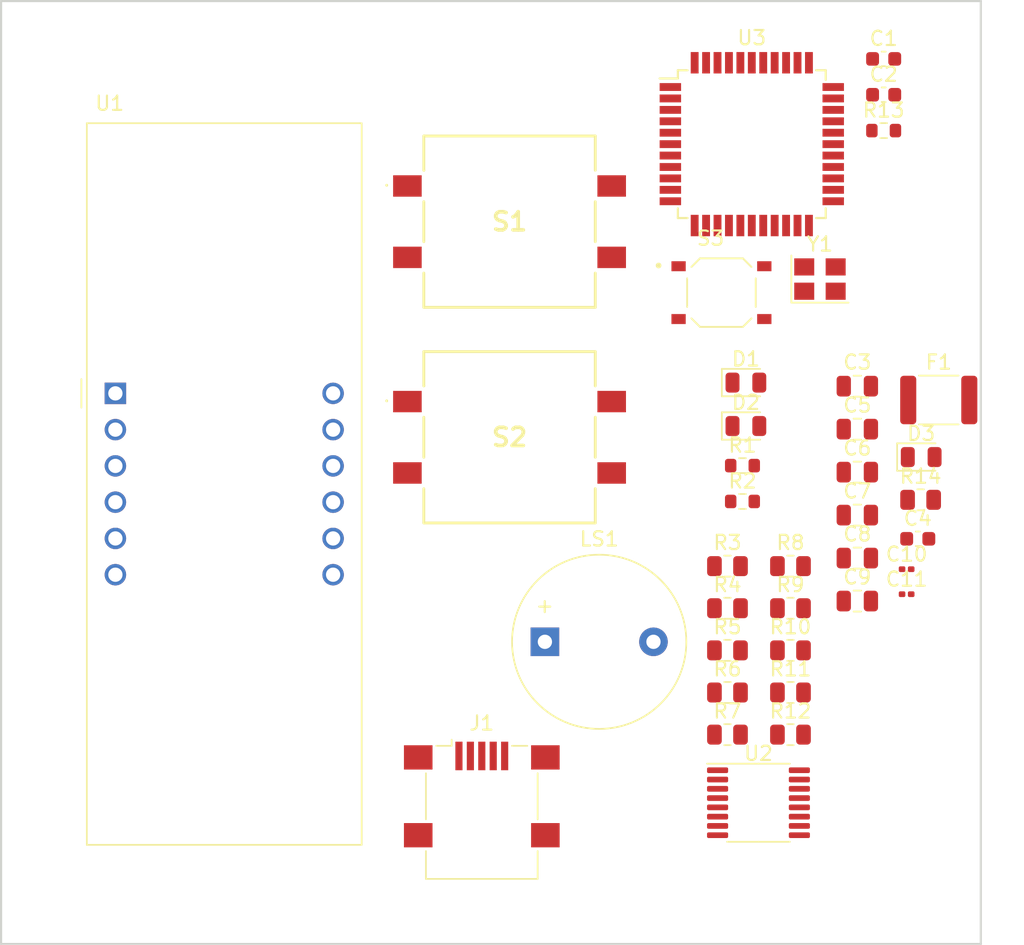
<source format=kicad_pcb>
(kicad_pcb (version 20221018) (generator pcbnew)
  (layers (0 "F.Cu" signal) (31 "B.Cu" signal) (34 "B.Paste" user) (35 "F.Paste" user) (36 "B.SilkS" user "B.Silkscreen") (37 "F.SilkS" user "F.Silkscreen") (38 "B.Mask" user) (39 "F.Mask" user) (44 "Edge.Cuts" user))
  (net 0 "")
  (net 1 "GND")
  (net 2 "Net-(D1-A)")
  (net 3 "Net-(D2-A)")
  (net 4 "+5V")
  (net 5 "Buzzer")
  (net 6 "Button_1")
  (net 7 "Button_2")
  (net 8 "RED_LED")
  (net 9 "GREEN_LED")
  (net 10 "a")
  (net 11 "Net-(U1-a)")
  (net 12 "b")
  (net 13 "Net-(U1-b)")
  (net 14 "c")
  (net 15 "Net-(U1-c)")
  (net 16 "d")
  (net 17 "Net-(U1-d)")
  (net 18 "e")
  (net 19 "Net-(U1-e)")
  (net 20 "f")
  (net 21 "Net-(U1-f)")
  (net 22 "g")
  (net 23 "Net-(U1-g)")
  (net 24 "dp")
  (net 25 "Net-(U1-DPX)")
  (net 30 "Dig4")
  (net 31 "Dig3")
  (net 32 "Dig2")
  (net 33 "Dig1")
  (net 35 "SH_CP")
  (net 36 "ST_CP")
  (net 37 "DS")
  (net 38 "XTAL2")
  (net 39 "XTAL1")
  (net 40 "RST")
  (net 74 "Net-(D3-A)")
  (net 75 "Net-(J1-VBUS)")
  (footprint "LED_SMD:LED_0805_2012Metric" (layer "F.Cu") (at 110.1275 75.115)
    (fp_text reference "D3" (at 0 -1.65) (layer "F.SilkS"))
    (fp_text value "LED")
    (fp_line (start -1.685 -0.96) (end -1.685 0.96) (stroke (width 0.12)) (layer "F.SilkS"))
    (fp_line (start -1.685 0.96) (end 1 0.96) (stroke (width 0.12)) (layer "F.SilkS"))
    (fp_line (start 1 -0.96) (end -1.685 -0.96) (stroke (width 0.12)) (layer "F.SilkS"))
    (pad "1" smd roundrect (at -0.9375 0) (size 0.975 1.4) (layers "F.Cu" "F.Paste" "F.Mask") (net 1 "GND"))
    (pad "2" smd roundrect (at 0.9375 0) (size 0.975 1.4) (layers "F.Cu" "F.Paste" "F.Mask") (net 74 "Net-(D3-A)"))
  )
  (footprint "Capacitor_SMD:C_0805_2012Metric" (layer "F.Cu") (at 105.6575 70.15)
    (fp_text reference "C3" (at 0 -1.68) (layer "F.SilkS"))
    (fp_text value "0.1uF")
    (fp_line (start -0.261252 -0.735) (end 0.261252 -0.735) (stroke (width 0.12)) (layer "F.SilkS"))
    (fp_line (start -0.261252 0.735) (end 0.261252 0.735) (stroke (width 0.12)) (layer "F.SilkS"))
    (pad "1" smd roundrect (at -0.95 0) (size 1 1.45) (layers "F.Cu" "F.Paste" "F.Mask") (net 4 "+5V"))
    (pad "2" smd roundrect (at 0.95 0) (size 1 1.45) (layers "F.Cu" "F.Paste" "F.Mask") (net 1 "GND"))
  )
  (footprint "LED_SMD:LED_0805_2012Metric" (layer "F.Cu") (at 97.8575 72.94)
    (fp_text reference "D2" (at 0 -1.65) (layer "F.SilkS"))
    (fp_text value "LED")
    (fp_line (start -1.685 -0.96) (end -1.685 0.96) (stroke (width 0.12)) (layer "F.SilkS"))
    (fp_line (start -1.685 0.96) (end 1 0.96) (stroke (width 0.12)) (layer "F.SilkS"))
    (fp_line (start 1 -0.96) (end -1.685 -0.96) (stroke (width 0.12)) (layer "F.SilkS"))
    (pad "1" smd roundrect (at -0.9375 0) (size 0.975 1.4) (layers "F.Cu" "F.Paste" "F.Mask") (net 1 "GND"))
    (pad "2" smd roundrect (at 0.9375 0) (size 0.975 1.4) (layers "F.Cu" "F.Paste" "F.Mask") (net 3 "Net-(D2-A)"))
  )
  (footprint "Capacitor_SMD:C_0805_2012Metric" (layer "F.Cu") (at 105.6575 73.16)
    (fp_text reference "C5" (at 0 -1.68) (layer "F.SilkS"))
    (fp_text value "0.1uF")
    (fp_line (start -0.261252 -0.735) (end 0.261252 -0.735) (stroke (width 0.12)) (layer "F.SilkS"))
    (fp_line (start -0.261252 0.735) (end 0.261252 0.735) (stroke (width 0.12)) (layer "F.SilkS"))
    (pad "1" smd roundrect (at -0.95 0) (size 1 1.45) (layers "F.Cu" "F.Paste" "F.Mask") (net 4 "+5V"))
    (pad "2" smd roundrect (at 0.95 0) (size 1 1.45) (layers "F.Cu" "F.Paste" "F.Mask") (net 1 "GND"))
  )
  (footprint "Resistor_SMD:R_0805_2012Metric" (layer "F.Cu") (at 100.9775 88.655)
    (fp_text reference "R10" (at 0 -1.65) (layer "F.SilkS"))
    (fp_text value "100")
    (fp_line (start -0.227064 -0.735) (end 0.227064 -0.735) (stroke (width 0.12)) (layer "F.SilkS"))
    (fp_line (start -0.227064 0.735) (end 0.227064 0.735) (stroke (width 0.12)) (layer "F.SilkS"))
    (pad "1" smd roundrect (at -0.9125 0) (size 1.025 1.4) (layers "F.Cu" "F.Paste" "F.Mask") (roundrect_rratio 0.243902) (net 20 "f"))
    (pad "2" smd roundrect (at 0.9125 0) (size 1.025 1.4) (layers "F.Cu" "F.Paste" "F.Mask") (roundrect_rratio 0.243902) (net 21 "Net-(U1-f)"))
  )
  (footprint "Resistor_SMD:R_0603_1608Metric" (layer "F.Cu") (at 97.6175 75.715)
    (fp_text reference "R1" (at 0 -1.43) (layer "F.SilkS"))
    (fp_text value "10k")
    (fp_line (start -0.237258 -0.5225) (end 0.237258 -0.5225) (stroke (width 0.12)) (layer "F.SilkS"))
    (fp_line (start -0.237258 0.5225) (end 0.237258 0.5225) (stroke (width 0.12)) (layer "F.SilkS"))
    (pad "1" smd roundrect (at -0.825 0) (size 0.8 0.95) (layers "F.Cu" "F.Paste" "F.Mask") (net 6 "Button_1"))
    (pad "2" smd roundrect (at 0.825 0) (size 0.8 0.95) (layers "F.Cu" "F.Paste" "F.Mask") (net 1 "GND"))
  )
  (footprint "Resistor_SMD:R_0805_2012Metric" (layer "F.Cu") (at 96.5675 91.605)
    (fp_text reference "R6" (at 0 -1.65) (layer "F.SilkS"))
    (fp_text value "100")
    (fp_line (start -0.227064 -0.735) (end 0.227064 -0.735) (stroke (width 0.12)) (layer "F.SilkS"))
    (fp_line (start -0.227064 0.735) (end 0.227064 0.735) (stroke (width 0.12)) (layer "F.SilkS"))
    (pad "1" smd roundrect (at -0.9125 0) (size 1.025 1.4) (layers "F.Cu" "F.Paste" "F.Mask") (roundrect_rratio 0.243902) (net 12 "b"))
    (pad "2" smd roundrect (at 0.9125 0) (size 1.025 1.4) (layers "F.Cu" "F.Paste" "F.Mask") (roundrect_rratio 0.243902) (net 13 "Net-(U1-b)"))
  )
  (footprint "Connector_USB:USB_Mini-B_Lumberg_2486_01_Horizontal" (layer "F.Cu") (at 79.37 98.75)
    (fp_text reference "J1" (at 0 -5) (layer "F.SilkS"))
    (fp_text value "USB_B_Mini")
    (fp_line (start -3.91 1.74) (end -3.91 -1.49) (stroke (width 0.12)) (layer "F.SilkS"))
    (fp_line (start -3.91 5.91) (end -3.91 3.96) (stroke (width 0.12)) (layer "F.SilkS"))
    (fp_line (start -3.19 -3.41) (end -2.11 -3.41) (stroke (width 0.12)) (layer "F.SilkS"))
    (fp_line (start -2.11 -3.41) (end -2.11 -3.84) (stroke (width 0.12)) (layer "F.SilkS"))
    (fp_line (start 2.11 -3.41) (end 3.19 -3.41) (stroke (width 0.12)) (layer "F.SilkS"))
    (fp_line (start 3.91 1.74) (end 3.91 -1.49) (stroke (width 0.12)) (layer "F.SilkS"))
    (fp_line (start 3.91 5.91) (end -3.91 5.91) (stroke (width 0.12)) (layer "F.SilkS"))
    (fp_line (start 3.91 5.91) (end 3.91 3.96) (stroke (width 0.12)) (layer "F.SilkS"))
    (pad "" np_thru_hole circle (at -2.2 0) (size 1 1) (drill 1) (layers "*.Cu" "*.Mask"))
    (pad "" np_thru_hole circle (at 2.2 0) (size 1 1) (drill 1) (layers "*.Cu" "*.Mask"))
    (pad "1" smd rect (at -1.6 -2.7) (size 0.5 2) (layers "F.Cu" "F.Paste" "F.Mask") (net 75 "Net-(J1-VBUS)"))
    (pad "2" smd rect (at -0.8 -2.7) (size 0.5 2) (layers "F.Cu" "F.Paste" "F.Mask"))
    (pad "3" smd rect (at 0 -2.7) (size 0.5 2) (layers "F.Cu" "F.Paste" "F.Mask"))
    (pad "4" smd rect (at 0.8 -2.7) (size 0.5 2) (layers "F.Cu" "F.Paste" "F.Mask"))
    (pad "5" smd rect (at 1.6 -2.7) (size 0.5 2) (layers "F.Cu" "F.Paste" "F.Mask") (net 1 "GND"))
    (pad "6" smd rect (at -4.45 -2.6) (size 2 1.7) (layers "F.Cu" "F.Paste" "F.Mask"))
    (pad "6" smd rect (at -4.45 2.85) (size 2 1.7) (layers "F.Cu" "F.Paste" "F.Mask"))
    (pad "6" smd rect (at 4.45 -2.6) (size 2 1.7) (layers "F.Cu" "F.Paste" "F.Mask"))
    (pad "6" smd rect (at 4.45 2.85) (size 2 1.7) (layers "F.Cu" "F.Paste" "F.Mask"))
  )
  (footprint "Resistor_SMD:R_0805_2012Metric" (layer "F.Cu") (at 96.5675 82.755)
    (fp_text reference "R3" (at 0 -1.65) (layer "F.SilkS"))
    (fp_text value "330")
    (fp_line (start -0.227064 -0.735) (end 0.227064 -0.735) (stroke (width 0.12)) (layer "F.SilkS"))
    (fp_line (start -0.227064 0.735) (end 0.227064 0.735) (stroke (width 0.12)) (layer "F.SilkS"))
    (pad "1" smd roundrect (at -0.9125 0) (size 1.025 1.4) (layers "F.Cu" "F.Paste" "F.Mask") (roundrect_rratio 0.243902) (net 8 "RED_LED"))
    (pad "2" smd roundrect (at 0.9125 0) (size 1.025 1.4) (layers "F.Cu" "F.Paste" "F.Mask") (roundrect_rratio 0.243902) (net 2 "Net-(D1-A)"))
  )
  (footprint "Resistor_SMD:R_0805_2012Metric" (layer "F.Cu") (at 96.5675 88.655)
    (fp_text reference "R5" (at 0 -1.65) (layer "F.SilkS"))
    (fp_text value "100")
    (fp_line (start -0.227064 -0.735) (end 0.227064 -0.735) (stroke (width 0.12)) (layer "F.SilkS"))
    (fp_line (start -0.227064 0.735) (end 0.227064 0.735) (stroke (width 0.12)) (layer "F.SilkS"))
    (pad "1" smd roundrect (at -0.9125 0) (size 1.025 1.4) (layers "F.Cu" "F.Paste" "F.Mask") (roundrect_rratio 0.243902) (net 10 "a"))
    (pad "2" smd roundrect (at 0.9125 0) (size 1.025 1.4) (layers "F.Cu" "F.Paste" "F.Mask") (roundrect_rratio 0.243902) (net 11 "Net-(U1-a)"))
  )
  (footprint "Resistor_SMD:R_0805_2012Metric" (layer "F.Cu") (at 100.9775 82.755)
    (fp_text reference "R8" (at 0 -1.65) (layer "F.SilkS"))
    (fp_text value "100")
    (fp_line (start -0.227064 -0.735) (end 0.227064 -0.735) (stroke (width 0.12)) (layer "F.SilkS"))
    (fp_line (start -0.227064 0.735) (end 0.227064 0.735) (stroke (width 0.12)) (layer "F.SilkS"))
    (pad "1" smd roundrect (at -0.9125 0) (size 1.025 1.4) (layers "F.Cu" "F.Paste" "F.Mask") (roundrect_rratio 0.243902) (net 16 "d"))
    (pad "2" smd roundrect (at 0.9125 0) (size 1.025 1.4) (layers "F.Cu" "F.Paste" "F.Mask") (roundrect_rratio 0.243902) (net 17 "Net-(U1-d)"))
  )
  (footprint "Capacitor_SMD:C_0805_2012Metric" (layer "F.Cu") (at 105.6575 85.2)
    (fp_text reference "C9" (at 0 -1.68) (layer "F.SilkS"))
    (fp_text value "0.1uF")
    (fp_line (start -0.261252 -0.735) (end 0.261252 -0.735) (stroke (width 0.12)) (layer "F.SilkS"))
    (fp_line (start -0.261252 0.735) (end 0.261252 0.735) (stroke (width 0.12)) (layer "F.SilkS"))
    (pad "1" smd roundrect (at -0.95 0) (size 1 1.45) (layers "F.Cu" "F.Paste" "F.Mask") (net 4 "+5V"))
    (pad "2" smd roundrect (at 0.95 0) (size 1 1.45) (layers "F.Cu" "F.Paste" "F.Mask") (net 1 "GND"))
  )
  (footprint "Resistor_SMD:R_0603_1608Metric" (layer "F.Cu") (at 97.6175 78.225)
    (fp_text reference "R2" (at 0 -1.43) (layer "F.SilkS"))
    (fp_text value "10k")
    (fp_line (start -0.237258 -0.5225) (end 0.237258 -0.5225) (stroke (width 0.12)) (layer "F.SilkS"))
    (fp_line (start -0.237258 0.5225) (end 0.237258 0.5225) (stroke (width 0.12)) (layer "F.SilkS"))
    (pad "1" smd roundrect (at -0.825 0) (size 0.8 0.95) (layers "F.Cu" "F.Paste" "F.Mask") (net 7 "Button_2"))
    (pad "2" smd roundrect (at 0.825 0) (size 0.8 0.95) (layers "F.Cu" "F.Paste" "F.Mask") (net 1 "GND"))
  )
  (footprint "Display_7Segment:CA56-12EWA" (layer "F.Cu") (at 53.7225 70.655)
    (fp_text reference "U1" (at -0.4 -20.31) (layer "F.SilkS"))
    (fp_text value "CA56-12EWA")
    (fp_line (start -2.38 -1) (end -2.38 1) (stroke (width 0.12)) (layer "F.SilkS"))
    (fp_line (start -2 -18.92) (end -2 31.62) (stroke (width 0.12)) (layer "F.SilkS"))
    (fp_line (start -2 -18.92) (end 17.24 -18.92) (stroke (width 0.12)) (layer "F.SilkS"))
    (fp_line (start -2 31.62) (end 17.24 31.62) (stroke (width 0.12)) (layer "F.SilkS"))
    (fp_line (start 17.24 31.62) (end 17.24 -18.92) (stroke (width 0.12)) (layer "F.SilkS"))
    (pad "1" thru_hole rect (at 0 0) (size 1.5 1.5) (drill 1) (layers "*.Cu" "*.Mask") (net 19 "Net-(U1-e)"))
    (pad "2" thru_hole circle (at 0 2.54) (size 1.5 1.5) (drill 1) (layers "*.Cu" "*.Mask") (net 17 "Net-(U1-d)"))
    (pad "3" thru_hole circle (at 0 5.08) (size 1.5 1.5) (drill 1) (layers "*.Cu" "*.Mask") (net 25 "Net-(U1-DPX)"))
    (pad "4" thru_hole circle (at 0 7.62) (size 1.5 1.5) (drill 1) (layers "*.Cu" "*.Mask") (net 15 "Net-(U1-c)"))
    (pad "5" thru_hole circle (at 0 10.16) (size 1.5 1.5) (drill 1) (layers "*.Cu" "*.Mask") (net 23 "Net-(U1-g)"))
    (pad "6" thru_hole circle (at 0 12.7) (size 1.5 1.5) (drill 1) (layers "*.Cu" "*.Mask") (net 30 "Dig4"))
    (pad "7" thru_hole circle (at 15.24 12.7) (size 1.5 1.5) (drill 1) (layers "*.Cu" "*.Mask") (net 13 "Net-(U1-b)"))
    (pad "8" thru_hole circle (at 15.24 10.16) (size 1.5 1.5) (drill 1) (layers "*.Cu" "*.Mask") (net 31 "Dig3"))
    (pad "9" thru_hole circle (at 15.24 7.62) (size 1.5 1.5) (drill 1) (layers "*.Cu" "*.Mask") (net 32 "Dig2"))
    (pad "10" thru_hole circle (at 15.24 5.08) (size 1.5 1.5) (drill 1) (layers "*.Cu" "*.Mask") (net 21 "Net-(U1-f)"))
    (pad "11" thru_hole circle (at 15.24 2.54) (size 1.5 1.5) (drill 1) (layers "*.Cu" "*.Mask") (net 11 "Net-(U1-a)"))
    (pad "12" thru_hole circle (at 15.24 0) (size 1.5 1.5) (drill 1) (layers "*.Cu" "*.Mask") (net 33 "Dig1"))
  )
  (footprint "Package_SO:TSSOP-16_4.4x5mm_P0.65mm" (layer "F.Cu") (at 98.7375 99.325)
    (fp_text reference "U2" (at 0 -3.45) (layer "F.SilkS"))
    (fp_text value "74HC595")
    (fp_line (start 0 -2.735) (end -3.6 -2.735) (stroke (width 0.12)) (layer "F.SilkS"))
    (fp_line (start 0 -2.735) (end 2.2 -2.735) (stroke (width 0.12)) (layer "F.SilkS"))
    (fp_line (start 0 2.735) (end -2.2 2.735) (stroke (width 0.12)) (layer "F.SilkS"))
    (fp_line (start 0 2.735) (end 2.2 2.735) (stroke (width 0.12)) (layer "F.SilkS"))
    (pad "1" smd roundrect (at -2.8625 -2.275) (size 1.475 0.4) (layers "F.Cu" "F.Paste" "F.Mask") (net 12 "b"))
    (pad "2" smd roundrect (at -2.8625 -1.625) (size 1.475 0.4) (layers "F.Cu" "F.Paste" "F.Mask") (net 14 "c"))
    (pad "3" smd roundrect (at -2.8625 -0.975) (size 1.475 0.4) (layers "F.Cu" "F.Paste" "F.Mask") (net 16 "d"))
    (pad "4" smd roundrect (at -2.8625 -0.325) (size 1.475 0.4) (layers "F.Cu" "F.Paste" "F.Mask") (net 18 "e"))
    (pad "5" smd roundrect (at -2.8625 0.325) (size 1.475 0.4) (layers "F.Cu" "F.Paste" "F.Mask") (net 20 "f"))
    (pad "6" smd roundrect (at -2.8625 0.975) (size 1.475 0.4) (layers "F.Cu" "F.Paste" "F.Mask") (net 22 "g"))
    (pad "7" smd roundrect (at -2.8625 1.625) (size 1.475 0.4) (layers "F.Cu" "F.Paste" "F.Mask") (net 24 "dp"))
    (pad "8" smd roundrect (at -2.8625 2.275) (size 1.475 0.4) (layers "F.Cu" "F.Paste" "F.Mask") (net 1 "GND"))
    (pad "9" smd roundrect (at 2.8625 2.275) (size 1.475 0.4) (layers "F.Cu" "F.Paste" "F.Mask"))
    (pad "10" smd roundrect (at 2.8625 1.625) (size 1.475 0.4) (layers "F.Cu" "F.Paste" "F.Mask") (net 4 "+5V"))
    (pad "11" smd roundrect (at 2.8625 0.975) (size 1.475 0.4) (layers "F.Cu" "F.Paste" "F.Mask") (net 35 "SH_CP"))
    (pad "12" smd roundrect (at 2.8625 0.325) (size 1.475 0.4) (layers "F.Cu" "F.Paste" "F.Mask") (net 36 "ST_CP"))
    (pad "13" smd roundrect (at 2.8625 -0.325) (size 1.475 0.4) (layers "F.Cu" "F.Paste" "F.Mask") (net 1 "GND"))
    (pad "14" smd roundrect (at 2.8625 -0.975) (size 1.475 0.4) (layers "F.Cu" "F.Paste" "F.Mask") (net 37 "DS"))
    (pad "15" smd roundrect (at 2.8625 -1.625) (size 1.475 0.4) (layers "F.Cu" "F.Paste" "F.Mask") (net 10 "a"))
    (pad "16" smd roundrect (at 2.8625 -2.275) (size 1.475 0.4) (layers "F.Cu" "F.Paste" "F.Mask") (net 4 "+5V"))
  )
  (footprint "Capacitor_SMD:C_0201_0603Metric" (layer "F.Cu") (at 109.1075 84.72)
    (fp_text reference "C11" (at 0 -1.05) (layer "F.SilkS"))
    (fp_text value "0.1uF")
    (pad "1" smd roundrect (at -0.32 0) (size 0.46 0.4) (layers "F.Cu" "F.Mask"))
    (pad "2" smd roundrect (at 0.32 0) (size 0.46 0.4) (layers "F.Cu" "F.Mask") (net 1 "GND"))
  )
  (footprint "Resistor_SMD:R_0805_2012Metric" (layer "F.Cu") (at 110.0875 78.11)
    (fp_text reference "R14" (at 0 -1.65) (layer "F.SilkS"))
    (fp_text value "1k")
    (fp_line (start -0.227064 -0.735) (end 0.227064 -0.735) (stroke (width 0.12)) (layer "F.SilkS"))
    (fp_line (start -0.227064 0.735) (end 0.227064 0.735) (stroke (width 0.12)) (layer "F.SilkS"))
    (pad "1" smd roundrect (at -0.9125 0) (size 1.025 1.4) (layers "F.Cu" "F.Paste" "F.Mask") (roundrect_rratio 0.243902) (net 4 "+5V"))
    (pad "2" smd roundrect (at 0.9125 0) (size 1.025 1.4) (layers "F.Cu" "F.Paste" "F.Mask") (roundrect_rratio 0.243902) (net 74 "Net-(D3-A)"))
  )
  (footprint "Capacitor_SMD:C_0805_2012Metric" (layer "F.Cu") (at 105.6575 76.17)
    (fp_text reference "C6" (at 0 -1.68) (layer "F.SilkS"))
    (fp_text value "0.1uF")
    (fp_line (start -0.261252 -0.735) (end 0.261252 -0.735) (stroke (width 0.12)) (layer "F.SilkS"))
    (fp_line (start -0.261252 0.735) (end 0.261252 0.735) (stroke (width 0.12)) (layer "F.SilkS"))
    (pad "1" smd roundrect (at -0.95 0) (size 1 1.45) (layers "F.Cu" "F.Paste" "F.Mask") (net 4 "+5V"))
    (pad "2" smd roundrect (at 0.95 0) (size 1 1.45) (layers "F.Cu" "F.Paste" "F.Mask") (net 1 "GND"))
  )
  (footprint "Capacitor_SMD:C_0603_1608Metric" (layer "F.Cu") (at 107.5 47.23)
    (fp_text reference "C1" (at 0 -1.43) (layer "F.SilkS"))
    (fp_text value "22pF")
    (fp_line (start -0.14058 -0.51) (end 0.14058 -0.51) (stroke (width 0.12)) (layer "F.SilkS"))
    (fp_line (start -0.14058 0.51) (end 0.14058 0.51) (stroke (width 0.12)) (layer "F.SilkS"))
    (pad "1" smd roundrect (at -0.775 0) (size 0.9 0.95) (layers "F.Cu" "F.Paste" "F.Mask") (net 38 "XTAL2"))
    (pad "2" smd roundrect (at 0.775 0) (size 0.9 0.95) (layers "F.Cu" "F.Paste" "F.Mask") (net 1 "GND"))
  )
  (footprint "Resistor_SMD:R_0805_2012Metric" (layer "F.Cu") (at 100.9775 85.705)
    (fp_text reference "R9" (at 0 -1.65) (layer "F.SilkS"))
    (fp_text value "100")
    (fp_line (start -0.227064 -0.735) (end 0.227064 -0.735) (stroke (width 0.12)) (layer "F.SilkS"))
    (fp_line (start -0.227064 0.735) (end 0.227064 0.735) (stroke (width 0.12)) (layer "F.SilkS"))
    (pad "1" smd roundrect (at -0.9125 0) (size 1.025 1.4) (layers "F.Cu" "F.Paste" "F.Mask") (roundrect_rratio 0.243902) (net 18 "e"))
    (pad "2" smd roundrect (at 0.9125 0) (size 1.025 1.4) (layers "F.Cu" "F.Paste" "F.Mask") (roundrect_rratio 0.243902) (net 19 "Net-(U1-e)"))
  )
  (footprint "Capacitor_SMD:C_0805_2012Metric" (layer "F.Cu") (at 105.6575 82.19)
    (fp_text reference "C8" (at 0 -1.68) (layer "F.SilkS"))
    (fp_text value "0.1uF")
    (fp_line (start -0.261252 -0.735) (end 0.261252 -0.735) (stroke (width 0.12)) (layer "F.SilkS"))
    (fp_line (start -0.261252 0.735) (end 0.261252 0.735) (stroke (width 0.12)) (layer "F.SilkS"))
    (pad "1" smd roundrect (at -0.95 0) (size 1 1.45) (layers "F.Cu" "F.Paste" "F.Mask") (net 4 "+5V"))
    (pad "2" smd roundrect (at 0.95 0) (size 1 1.45) (layers "F.Cu" "F.Paste" "F.Mask") (net 1 "GND"))
  )
  (footprint "Resistor_SMD:R_0805_2012Metric" (layer "F.Cu") (at 100.9775 91.605)
    (fp_text reference "R11" (at 0 -1.65) (layer "F.SilkS"))
    (fp_text value "100")
    (fp_line (start -0.227064 -0.735) (end 0.227064 -0.735) (stroke (width 0.12)) (layer "F.SilkS"))
    (fp_line (start -0.227064 0.735) (end 0.227064 0.735) (stroke (width 0.12)) (layer "F.SilkS"))
    (pad "1" smd roundrect (at -0.9125 0) (size 1.025 1.4) (layers "F.Cu" "F.Paste" "F.Mask") (roundrect_rratio 0.243902) (net 22 "g"))
    (pad "2" smd roundrect (at 0.9125 0) (size 1.025 1.4) (layers "F.Cu" "F.Paste" "F.Mask") (roundrect_rratio 0.243902) (net 23 "Net-(U1-g)"))
  )
  (footprint "Resistor_SMD:R_0805_2012Metric" (layer "F.Cu") (at 96.5675 85.705)
    (fp_text reference "R4" (at 0 -1.65) (layer "F.SilkS"))
    (fp_text value "330")
    (fp_line (start -0.227064 -0.735) (end 0.227064 -0.735) (stroke (width 0.12)) (layer "F.SilkS"))
    (fp_line (start -0.227064 0.735) (end 0.227064 0.735) (stroke (width 0.12)) (layer "F.SilkS"))
    (pad "1" smd roundrect (at -0.9125 0) (size 1.025 1.4) (layers "F.Cu" "F.Paste" "F.Mask") (roundrect_rratio 0.243902) (net 9 "GREEN_LED"))
    (pad "2" smd roundrect (at 0.9125 0) (size 1.025 1.4) (layers "F.Cu" "F.Paste" "F.Mask") (roundrect_rratio 0.243902) (net 3 "Net-(D2-A)"))
  )
  (footprint "Capacitor_SMD:C_0805_2012Metric" (layer "F.Cu") (at 105.6575 79.18)
    (fp_text reference "C7" (at 0 -1.68) (layer "F.SilkS"))
    (fp_text value "0.1uF")
    (fp_line (start -0.261252 -0.735) (end 0.261252 -0.735) (stroke (width 0.12)) (layer "F.SilkS"))
    (fp_line (start -0.261252 0.735) (end 0.261252 0.735) (stroke (width 0.12)) (layer "F.SilkS"))
    (pad "1" smd roundrect (at -0.95 0) (size 1 1.45) (layers "F.Cu" "F.Paste" "F.Mask") (net 4 "+5V"))
    (pad "2" smd roundrect (at 0.95 0) (size 1 1.45) (layers "F.Cu" "F.Paste" "F.Mask") (net 1 "GND"))
  )
  (footprint "PTS125_SMD_Button:PTS125_SMD_Button" (layer "F.Cu") (at 81.3125 73.73)
    (fp_text reference "S2" (at 0 0) (layer "F.SilkS") (effects (font (size 1.27 1.27) (thickness 0.254))))
    (fp_text value "PTS125SM43SMTR21M_LFS" hide)
    (fp_line (start -8.6 -2.6) (end -8.6 -2.6) (stroke (width 0.1)) (layer "F.SilkS"))
    (fp_line (start -8.6 -2.5) (end -8.6 -2.5) (stroke (width 0.1)) (layer "F.SilkS"))
    (fp_line (start -6 -6) (end 6 -6) (stroke (width 0.2)) (layer "F.SilkS"))
    (fp_line (start -6 -3.6) (end -6 -6) (stroke (width 0.2)) (layer "F.SilkS"))
    (fp_line (start -6 -3.6) (end -6 -3.6) (stroke (width 0.2)) (layer "F.SilkS"))
    (fp_line (start -6 -1.4) (end -6 1.4) (stroke (width 0.2)) (layer "F.SilkS"))
    (fp_line (start -6 3.6) (end -6 6) (stroke (width 0.2)) (layer "F.SilkS"))
    (fp_line (start -6 6) (end 6 6) (stroke (width 0.2)) (layer "F.SilkS"))
    (fp_line (start 6 -6) (end 6 -3.6) (stroke (width 0.2)) (layer "F.SilkS"))
    (fp_line (start 6 -1.4) (end 6 1.4) (stroke (width 0.2)) (layer "F.SilkS"))
    (fp_line (start 6 6) (end 6 3.6) (stroke (width 0.2)) (layer "F.SilkS"))
    (fp_arc (start -8.6 -2.6) (mid -8.55 -2.55) (end -8.6 -2.5) (stroke (width 0.1)) (layer "F.SilkS"))
    (fp_arc (start -8.6 -2.5) (mid -8.65 -2.55) (end -8.6 -2.6) (stroke (width 0.1)) (layer "F.SilkS"))
    (pad "A1" smd rect (at -7.15 -2.5 90) (size 1.5 2) (layers "F.Cu" "F.Paste" "F.Mask"))
    (pad "B1" smd rect (at 7.15 -2.5 90) (size 1.5 2) (layers "F.Cu" "F.Paste" "F.Mask"))
    (pad "C1" smd rect (at -7.15 2.5 90) (size 1.5 2) (layers "F.Cu" "F.Paste" "F.Mask") (net 4 "+5V"))
    (pad "D1" smd rect (at 7.15 2.5 90) (size 1.5 2) (layers "F.Cu" "F.Paste" "F.Mask") (net 7 "Button_2"))
  )
  (footprint "Capacitor_SMD:C_0201_0603Metric" (layer "F.Cu") (at 109.1075 82.97)
    (fp_text reference "C10" (at 0 -1.05) (layer "F.SilkS"))
    (fp_text value "1uF")
    (pad "1" smd roundrect (at -0.32 0) (size 0.46 0.4) (layers "F.Cu" "F.Mask"))
    (pad "2" smd roundrect (at 0.32 0) (size 0.46 0.4) (layers "F.Cu" "F.Mask") (net 1 "GND"))
  )
  (footprint "Capacitor_SMD:C_0603_1608Metric" (layer "F.Cu") (at 109.8875 80.84)
    (fp_text reference "C4" (at 0 -1.43) (layer "F.SilkS"))
    (fp_text value "10uF")
    (fp_line (start -0.14058 -0.51) (end 0.14058 -0.51) (stroke (width 0.12)) (layer "F.SilkS"))
    (fp_line (start -0.14058 0.51) (end 0.14058 0.51) (stroke (width 0.12)) (layer "F.SilkS"))
    (pad "1" smd roundrect (at -0.775 0) (size 0.9 0.95) (layers "F.Cu" "F.Paste" "F.Mask") (net 4 "+5V"))
    (pad "2" smd roundrect (at 0.775 0) (size 0.9 0.95) (layers "F.Cu" "F.Paste" "F.Mask") (net 1 "GND"))
  )
  (footprint "Resistor_SMD:R_0805_2012Metric" (layer "F.Cu") (at 100.9775 94.555)
    (fp_text reference "R12" (at 0 -1.65) (layer "F.SilkS"))
    (fp_text value "100")
    (fp_line (start -0.227064 -0.735) (end 0.227064 -0.735) (stroke (width 0.12)) (layer "F.SilkS"))
    (fp_line (start -0.227064 0.735) (end 0.227064 0.735) (stroke (width 0.12)) (layer "F.SilkS"))
    (pad "1" smd roundrect (at -0.9125 0) (size 1.025 1.4) (layers "F.Cu" "F.Paste" "F.Mask") (roundrect_rratio 0.243902) (net 24 "dp"))
    (pad "2" smd roundrect (at 0.9125 0) (size 1.025 1.4) (layers "F.Cu" "F.Paste" "F.Mask") (roundrect_rratio 0.243902) (net 25 "Net-(U1-DPX)"))
  )
  (footprint "Crystal:Crystal_SMD_Abracon_ABM8G-4Pin_3.2x2.5mm" (layer "F.Cu") (at 103.04 62.65)
    (fp_text reference "Y1" (at 0 -2.45) (layer "F.SilkS"))
    (fp_text value "16MHz")
    (fp_line (start -2 -1.65) (end -2 1.65) (stroke (width 0.12)) (layer "F.SilkS"))
    (fp_line (start -2 1.65) (end 2 1.65) (stroke (width 0.12)) (layer "F.SilkS"))
    (pad "1" smd rect (at -1.1 0.85) (size 1.4 1.2) (layers "F.Cu" "F.Paste" "F.Mask") (net 39 "XTAL1"))
    (pad "2" smd rect (at 1.1 0.85) (size 1.4 1.2) (layers "F.Cu" "F.Paste" "F.Mask") (net 1 "GND"))
    (pad "3" smd rect (at 1.1 -0.85) (size 1.4 1.2) (layers "F.Cu" "F.Paste" "F.Mask") (net 38 "XTAL2"))
    (pad "4" smd rect (at -1.1 -0.85) (size 1.4 1.2) (layers "F.Cu" "F.Paste" "F.Mask") (net 1 "GND"))
  )
  (footprint "LED_SMD:LED_0805_2012Metric" (layer "F.Cu") (at 97.8575 69.9)
    (fp_text reference "D1" (at 0 -1.65) (layer "F.SilkS"))
    (fp_text value "LED")
    (fp_line (start -1.685 -0.96) (end -1.685 0.96) (stroke (width 0.12)) (layer "F.SilkS"))
    (fp_line (start -1.685 0.96) (end 1 0.96) (stroke (width 0.12)) (layer "F.SilkS"))
    (fp_line (start 1 -0.96) (end -1.685 -0.96) (stroke (width 0.12)) (layer "F.SilkS"))
    (pad "1" smd roundrect (at -0.9375 0) (size 0.975 1.4) (layers "F.Cu" "F.Paste" "F.Mask") (net 1 "GND"))
    (pad "2" smd roundrect (at 0.9375 0) (size 0.975 1.4) (layers "F.Cu" "F.Paste" "F.Mask") (net 2 "Net-(D1-A)"))
  )
  (footprint "Buzzer_Beeper:Buzzer_12x9.5RM7.6" (layer "F.Cu") (at 83.7875 88.055)
    (fp_text reference "LS1" (at 3.8 -7.2) (layer "F.SilkS"))
    (fp_text value "Speaker")
    (fp_text user "+" (at -0.01 -2.54) (layer "F.SilkS"))
    (fp_circle (center 3.8 0) (end 9.9 0) (stroke (width 0.12)) (fill none) (layer "F.SilkS"))
    (pad "1" thru_hole rect (at 0 0) (size 2 2) (drill 1) (layers "*.Cu" "*.Mask") (net 5 "Buzzer"))
    (pad "2" thru_hole circle (at 7.6 0) (size 2 2) (drill 1) (layers "*.Cu" "*.Mask") (net 1 "GND"))
  )
  (footprint "Capacitor_SMD:C_0603_1608Metric" (layer "F.Cu") (at 107.5 49.74)
    (fp_text reference "C2" (at 0 -1.43) (layer "F.SilkS"))
    (fp_text value "22pF")
    (fp_line (start -0.14058 -0.51) (end 0.14058 -0.51) (stroke (width 0.12)) (layer "F.SilkS"))
    (fp_line (start -0.14058 0.51) (end 0.14058 0.51) (stroke (width 0.12)) (layer "F.SilkS"))
    (pad "1" smd roundrect (at -0.775 0) (size 0.9 0.95) (layers "F.Cu" "F.Paste" "F.Mask") (net 39 "XTAL1"))
    (pad "2" smd roundrect (at 0.775 0) (size 0.9 0.95) (layers "F.Cu" "F.Paste" "F.Mask") (net 1 "GND"))
  )
  (footprint "Fuse:Fuse_1812_4532Metric" (layer "F.Cu") (at 111.3575 71.12)
    (fp_text reference "F1" (at 0 -2.65) (layer "F.SilkS"))
    (fp_text value "PTCSMD")
    (fp_line (start -1.386252 -1.71) (end 1.386252 -1.71) (stroke (width 0.12)) (layer "F.SilkS"))
    (fp_line (start -1.386252 1.71) (end 1.386252 1.71) (stroke (width 0.12)) (layer "F.SilkS"))
    (pad "1" smd roundrect (at -2.1375 0) (size 1.125 3.4) (layers "F.Cu" "F.Paste" "F.Mask") (roundrect_rratio 0.222222) (net 75 "Net-(J1-VBUS)"))
    (pad "2" smd roundrect (at 2.1375 0) (size 1.125 3.4) (layers "F.Cu" "F.Paste" "F.Mask") (roundrect_rratio 0.222222) (net 4 "+5V"))
  )
  (footprint "Resistor_SMD:R_0603_1608Metric" (layer "F.Cu") (at 107.5 52.25)
    (fp_text reference "R13" (at 0 -1.43) (layer "F.SilkS"))
    (fp_text value "10k")
    (fp_line (start -0.237258 -0.5225) (end 0.237258 -0.5225) (stroke (width 0.12)) (layer "F.SilkS"))
    (fp_line (start -0.237258 0.5225) (end 0.237258 0.5225) (stroke (width 0.12)) (layer "F.SilkS"))
    (pad "1" smd roundrect (at -0.825 0) (size 0.8 0.95) (layers "F.Cu" "F.Paste" "F.Mask") (net 4 "+5V"))
    (pad "2" smd roundrect (at 0.825 0) (size 0.8 0.95) (layers "F.Cu" "F.Paste" "F.Mask") (net 40 "RST"))
  )
  (footprint "PTS526_SMD_Button:PTS526_SMD_Button" (layer "F.Cu") (at 96.145 63.6)
    (fp_text reference "S3" (at -0.762 -3.81) (layer "F.SilkS"))
    (fp_text value "PTS526_SM08_SMTR2_LFS")
    (fp_line (start -2.4 -1) (end -2.4 1) (stroke (width 0.127)) (layer "F.SilkS"))
    (fp_line (start -2.1 1.8) (end -1.5 2.4) (stroke (width 0.127)) (layer "F.SilkS"))
    (fp_line (start -1.5 -2.4) (end -2.1 -1.8) (stroke (width 0.127)) (layer "F.SilkS"))
    (fp_line (start -1.5 2.4) (end 1.5 2.4) (stroke (width 0.127)) (layer "F.SilkS"))
    (fp_line (start 1.5 -2.4) (end -1.5 -2.4) (stroke (width 0.127)) (layer "F.SilkS"))
    (fp_line (start 1.5 -2.4) (end 2.1 -1.8) (stroke (width 0.127)) (layer "F.SilkS"))
    (fp_line (start 1.5 2.4) (end 2.1 1.8) (stroke (width 0.127)) (layer "F.SilkS"))
    (fp_line (start 2.4 -1) (end 2.4 1) (stroke (width 0.127)) (layer "F.SilkS"))
    (fp_circle (center -4.4 -1.9) (end -4.3 -1.9) (stroke (width 0.2)) (fill none) (layer "F.SilkS"))
    (pad "1" smd rect (at -3 -1.85) (size 1 0.7) (layers "F.Cu" "F.Paste" "F.Mask") (net 1 "GND"))
    (pad "2" smd rect (at 3 -1.85) (size 1 0.7) (layers "F.Cu" "F.Paste" "F.Mask"))
    (pad "3" smd rect (at -3 1.85) (size 1 0.7) (layers "F.Cu" "F.Paste" "F.Mask") (net 40 "RST"))
    (pad "4" smd rect (at 3 1.85) (size 1 0.7) (layers "F.Cu" "F.Paste" "F.Mask"))
  )
  (footprint "Package_QFP:TQFP-44_10x10mm_P0.8mm" (layer "F.Cu") (at 98.27 53.2)
    (fp_text reference "U3" (at 0 -7.45) (layer "F.SilkS"))
    (fp_text value "ATmega32U4-A")
    (fp_line (start -5.175 -5.175) (end -5.175 -4.6) (stroke (width 0.15)) (layer "F.SilkS"))
    (fp_line (start -5.175 -5.175) (end -4.5 -5.175) (stroke (width 0.15)) (layer "F.SilkS"))
    (fp_line (start -5.175 -4.6) (end -6.45 -4.6) (stroke (width 0.15)) (layer "F.SilkS"))
    (fp_line (start -5.175 5.175) (end -5.175 4.5) (stroke (width 0.15)) (layer "F.SilkS"))
    (fp_line (start -5.175 5.175) (end -4.5 5.175) (stroke (width 0.15)) (layer "F.SilkS"))
    (fp_line (start 5.175 -5.175) (end 4.5 -5.175) (stroke (width 0.15)) (layer "F.SilkS"))
    (fp_line (start 5.175 -5.175) (end 5.175 -4.5) (stroke (width 0.15)) (layer "F.SilkS"))
    (fp_line (start 5.175 5.175) (end 4.5 5.175) (stroke (width 0.15)) (layer "F.SilkS"))
    (fp_line (start 5.175 5.175) (end 5.175 4.5) (stroke (width 0.15)) (layer "F.SilkS"))
    (pad "1" smd rect (at -5.7 -4) (size 1.5 0.55) (layers "F.Cu" "F.Paste" "F.Mask"))
    (pad "2" smd rect (at -5.7 -3.2) (size 1.5 0.55) (layers "F.Cu" "F.Paste" "F.Mask") (net 4 "+5V"))
    (pad "3" smd rect (at -5.7 -2.4) (size 1.5 0.55) (layers "F.Cu" "F.Paste" "F.Mask"))
    (pad "4" smd rect (at -5.7 -1.6) (size 1.5 0.55) (layers "F.Cu" "F.Paste" "F.Mask"))
    (pad "5" smd rect (at -5.7 -0.8) (size 1.5 0.55) (layers "F.Cu" "F.Paste" "F.Mask") (net 1 "GND"))
    (pad "6" smd rect (at -5.7 0) (size 1.5 0.55) (layers "F.Cu" "F.Paste" "F.Mask"))
    (pad "7" smd rect (at -5.7 0.8) (size 1.5 0.55) (layers "F.Cu" "F.Paste" "F.Mask"))
    (pad "8" smd rect (at -5.7 1.6) (size 1.5 0.55) (layers "F.Cu" "F.Paste" "F.Mask"))
    (pad "9" smd rect (at -5.7 2.4) (size 1.5 0.55) (layers "F.Cu" "F.Paste" "F.Mask"))
    (pad "10" smd rect (at -5.7 3.2) (size 1.5 0.55) (layers "F.Cu" "F.Paste" "F.Mask"))
    (pad "11" smd rect (at -5.7 4) (size 1.5 0.55) (layers "F.Cu" "F.Paste" "F.Mask"))
    (pad "12" smd rect (at -4 5.7 90) (size 1.5 0.55) (layers "F.Cu" "F.Paste" "F.Mask"))
    (pad "13" smd rect (at -3.2 5.7 90) (size 1.5 0.55) (layers "F.Cu" "F.Paste" "F.Mask") (net 40 "RST"))
    (pad "14" smd rect (at -2.4 5.7 90) (size 1.5 0.55) (layers "F.Cu" "F.Paste" "F.Mask") (net 4 "+5V"))
    (pad "15" smd rect (at -1.6 5.7 90) (size 1.5 0.55) (layers "F.Cu" "F.Paste" "F.Mask") (net 1 "GND"))
    (pad "16" smd rect (at -0.8 5.7 90) (size 1.5 0.55) (layers "F.Cu" "F.Paste" "F.Mask") (net 38 "XTAL2"))
    (pad "17" smd rect (at 0 5.7 90) (size 1.5 0.55) (layers "F.Cu" "F.Paste" "F.Mask") (net 39 "XTAL1"))
    (pad "18" smd rect (at 0.8 5.7 90) (size 1.5 0.55) (layers "F.Cu" "F.Paste" "F.Mask"))
    (pad "19" smd rect (at 1.6 5.7 90) (size 1.5 0.55) (layers "F.Cu" "F.Paste" "F.Mask"))
    (pad "20" smd rect (at 2.4 5.7 90) (size 1.5 0.55) (layers "F.Cu" "F.Paste" "F.Mask"))
    (pad "21" smd rect (at 3.2 5.7 90) (size 1.5 0.55) (layers "F.Cu" "F.Paste" "F.Mask"))
    (pad "22" smd rect (at 4 5.7 90) (size 1.5 0.55) (layers "F.Cu" "F.Paste" "F.Mask"))
    (pad "23" smd rect (at 5.7 4) (size 1.5 0.55) (layers "F.Cu" "F.Paste" "F.Mask") (net 1 "GND"))
    (pad "24" smd rect (at 5.7 3.2) (size 1.5 0.55) (layers "F.Cu" "F.Paste" "F.Mask") (net 4 "+5V"))
    (pad "25" smd rect (at 5.7 2.4) (size 1.5 0.55) (layers "F.Cu" "F.Paste" "F.Mask"))
    (pad "26" smd rect (at 5.7 1.6) (size 1.5 0.55) (layers "F.Cu" "F.Paste" "F.Mask"))
    (pad "27" smd rect (at 5.7 0.8) (size 1.5 0.55) (layers "F.Cu" "F.Paste" "F.Mask"))
    (pad "28" smd rect (at 5.7 0) (size 1.5 0.55) (layers "F.Cu" "F.Paste" "F.Mask"))
    (pad "29" smd rect (at 5.7 -0.8) (size 1.5 0.55) (layers "F.Cu" "F.Paste" "F.Mask"))
    (pad "30" smd rect (at 5.7 -1.6) (size 1.5 0.55) (layers "F.Cu" "F.Paste" "F.Mask"))
    (pad "31" smd rect (at 5.7 -2.4) (size 1.5 0.55) (layers "F.Cu" "F.Paste" "F.Mask"))
    (pad "32" smd rect (at 5.7 -3.2) (size 1.5 0.55) (layers "F.Cu" "F.Paste" "F.Mask"))
    (pad "33" smd rect (at 5.7 -4) (size 1.5 0.55) (layers "F.Cu" "F.Paste" "F.Mask"))
    (pad "34" smd rect (at 4 -5.7 90) (size 1.5 0.55) (layers "F.Cu" "F.Paste" "F.Mask") (net 4 "+5V"))
    (pad "35" smd rect (at 3.2 -5.7 90) (size 1.5 0.55) (layers "F.Cu" "F.Paste" "F.Mask") (net 1 "GND"))
    (pad "36" smd rect (at 2.4 -5.7 90) (size 1.5 0.55) (layers "F.Cu" "F.Paste" "F.Mask"))
    (pad "37" smd rect (at 1.6 -5.7 90) (size 1.5 0.55) (layers "F.Cu" "F.Paste" "F.Mask"))
    (pad "38" smd rect (at 0.8 -5.7 90) (size 1.5 0.55) (layers "F.Cu" "F.Paste" "F.Mask"))
    (pad "39" smd rect (at 0 -5.7 90) (size 1.5 0.55) (layers "F.Cu" "F.Paste" "F.Mask"))
    (pad "40" smd rect (at -0.8 -5.7 90) (size 1.5 0.55) (layers "F.Cu" "F.Paste" "F.Mask"))
    (pad "41" smd rect (at -1.6 -5.7 90) (size 1.5 0.55) (layers "F.Cu" "F.Paste" "F.Mask"))
    (pad "42" smd rect (at -2.4 -5.7 90) (size 1.5 0.55) (layers "F.Cu" "F.Paste" "F.Mask"))
    (pad "43" smd rect (at -3.2 -5.7 90) (size 1.5 0.55) (layers "F.Cu" "F.Paste" "F.Mask") (net 1 "GND"))
    (pad "44" smd rect (at -4 -5.7 90) (size 1.5 0.55) (layers "F.Cu" "F.Paste" "F.Mask") (net 4 "+5V"))
  )
  (footprint "PTS125_SMD_Button:PTS125_SMD_Button" (layer "F.Cu") (at 81.3125 58.63)
    (fp_text reference "S1" (at 0 0) (layer "F.SilkS") (effects (font (size 1.27 1.27) (thickness 0.254))))
    (fp_text value "PTS125SM43SMTR21M_LFS" hide)
    (fp_line (start -8.6 -2.6) (end -8.6 -2.6) (stroke (width 0.1)) (layer "F.SilkS"))
    (fp_line (start -8.6 -2.5) (end -8.6 -2.5) (stroke (width 0.1)) (layer "F.SilkS"))
    (fp_line (start -6 -6) (end 6 -6) (stroke (width 0.2)) (layer "F.SilkS"))
    (fp_line (start -6 -3.6) (end -6 -6) (stroke (width 0.2)) (layer "F.SilkS"))
    (fp_line (start -6 -3.6) (end -6 -3.6) (stroke (width 0.2)) (layer "F.SilkS"))
    (fp_line (start -6 -1.4) (end -6 1.4) (stroke (width 0.2)) (layer "F.SilkS"))
    (fp_line (start -6 3.6) (end -6 6) (stroke (width 0.2)) (layer "F.SilkS"))
    (fp_line (start -6 6) (end 6 6) (stroke (width 0.2)) (layer "F.SilkS"))
    (fp_line (start 6 -6) (end 6 -3.6) (stroke (width 0.2)) (layer "F.SilkS"))
    (fp_line (start 6 -1.4) (end 6 1.4) (stroke (width 0.2)) (layer "F.SilkS"))
    (fp_line (start 6 6) (end 6 3.6) (stroke (width 0.2)) (layer "F.SilkS"))
    (fp_arc (start -8.6 -2.6) (mid -8.55 -2.55) (end -8.6 -2.5) (stroke (width 0.1)) (layer "F.SilkS"))
    (fp_arc (start -8.6 -2.5) (mid -8.65 -2.55) (end -8.6 -2.6) (stroke (width 0.1)) (layer "F.SilkS"))
    (pad "A1" smd rect (at -7.15 -2.5 90) (size 1.5 2) (layers "F.Cu" "F.Paste" "F.Mask"))
    (pad "B1" smd rect (at 7.15 -2.5 90) (size 1.5 2) (layers "F.Cu" "F.Paste" "F.Mask"))
    (pad "C1" smd rect (at -7.15 2.5 90) (size 1.5 2) (layers "F.Cu" "F.Paste" "F.Mask") (net 4 "+5V"))
    (pad "D1" smd rect (at 7.15 2.5 90) (size 1.5 2) (layers "F.Cu" "F.Paste" "F.Mask") (net 6 "Button_1"))
  )
  (footprint "Resistor_SMD:R_0805_2012Metric" (layer "F.Cu") (at 96.5675 94.555)
    (fp_text reference "R7" (at 0 -1.65) (layer "F.SilkS"))
    (fp_text value "100")
    (fp_line (start -0.227064 -0.735) (end 0.227064 -0.735) (stroke (width 0.12)) (layer "F.SilkS"))
    (fp_line (start -0.227064 0.735) (end 0.227064 0.735) (stroke (width 0.12)) (layer "F.SilkS"))
    (pad "1" smd roundrect (at -0.9125 0) (size 1.025 1.4) (layers "F.Cu" "F.Paste" "F.Mask") (roundrect_rratio 0.243902) (net 14 "c"))
    (pad "2" smd roundrect (at 0.9125 0) (size 1.025 1.4) (layers "F.Cu" "F.Paste" "F.Mask") (roundrect_rratio 0.243902) (net 15 "Net-(U1-c)"))
  )
  (gr_line (start 114.3 109.22) (end 114.3 43.18) (stroke (width 0.15)) (layer "Edge.Cuts"))
  (gr_line (start 45.72 43.18) (end 114.3 43.18) (stroke (width 0.15)) (layer "Edge.Cuts"))
  (gr_line (start 45.72 109.22) (end 45.72 43.18) (stroke (width 0.15)) (layer "Edge.Cuts"))
  (gr_line (start 114.3 109.22) (end 45.72 109.22) (stroke (width 0.15)) (layer "Edge.Cuts"))
)
</source>
